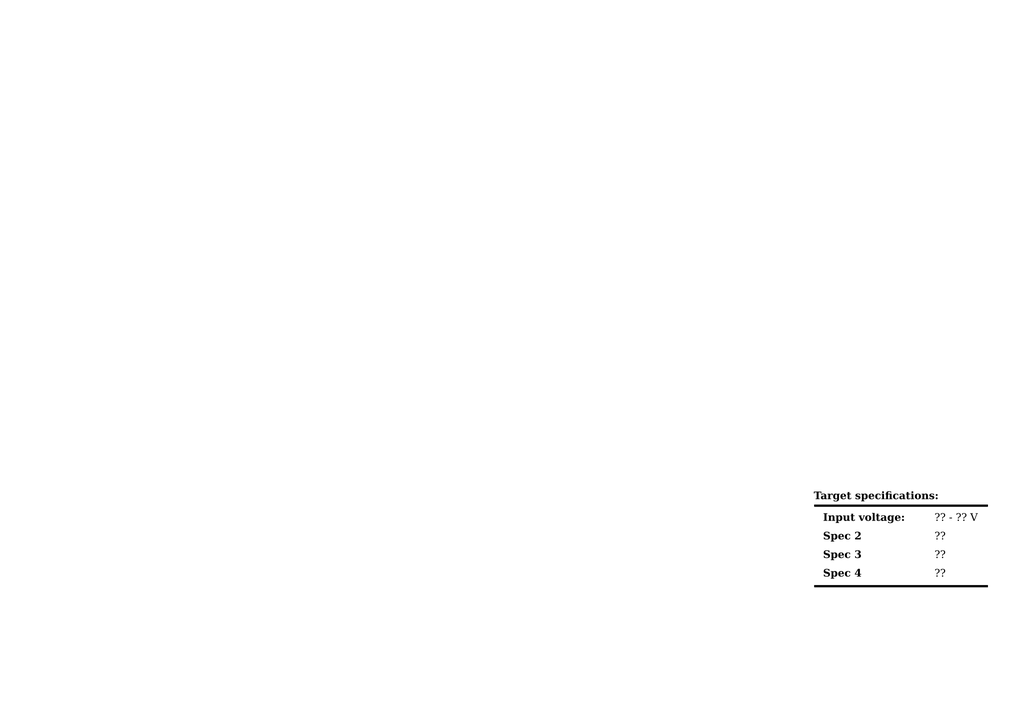
<source format=kicad_sch>
(kicad_sch
	(version 20250114)
	(generator "eeschema")
	(generator_version "9.0")
	(uuid "e4072e16-76e5-4cb7-b600-1ae14a69f117")
	(paper "A3")
	(title_block
		(date "2025-12-19")
		(rev "1")
		(company "${COMPANY}")
	)
	(lib_symbols)
	(rectangle
		(start 334.01 240.03)
		(end 405.13 240.792)
		(stroke
			(width 0)
			(type default)
			(color 0 0 0 1)
		)
		(fill
			(type color)
			(color 0 0 0 1)
		)
		(uuid a1e57db2-c507-4777-bba1-cf3c72b298ce)
	)
	(rectangle
		(start 334.01 207.01)
		(end 405.13 207.772)
		(stroke
			(width 0)
			(type default)
			(color 0 0 0 1)
		)
		(fill
			(type color)
			(color 0 0 0 1)
		)
		(uuid a45710fa-44e6-44b9-8060-80cdd32ce581)
	)
	(text_box "Spec 2"
		(exclude_from_sim no)
		(at 335.28 215.9 0)
		(size 43.18 7.62)
		(margins 2.2859 2.2859 2.2859 2.2859)
		(stroke
			(width -0.0001)
			(type default)
		)
		(fill
			(type none)
		)
		(effects
			(font
				(face "Times New Roman")
				(size 3.048 3.048)
				(thickness 0.4572)
				(bold yes)
				(color 0 0 0 1)
			)
			(justify left top)
		)
		(uuid "508c293d-8be1-4f2d-ba4e-0bf71b9200f7")
	)
	(text_box "Input voltage:"
		(exclude_from_sim no)
		(at 335.28 208.28 0)
		(size 41.91 7.62)
		(margins 2.2859 2.2859 2.2859 2.2859)
		(stroke
			(width -0.0001)
			(type default)
		)
		(fill
			(type none)
		)
		(effects
			(font
				(face "Times New Roman")
				(size 3.048 3.048)
				(thickness 0.4572)
				(bold yes)
				(color 0 0 0 1)
			)
			(justify left top)
		)
		(uuid "6343a3a4-b665-4b45-b613-d6c929be8466")
	)
	(text_box "Spec 4"
		(exclude_from_sim no)
		(at 335.28 231.14 0)
		(size 44.45 7.62)
		(margins 2.2859 2.2859 2.2859 2.2859)
		(stroke
			(width -0.0001)
			(type default)
		)
		(fill
			(type none)
		)
		(effects
			(font
				(face "Times New Roman")
				(size 3.048 3.048)
				(thickness 0.4572)
				(bold yes)
				(color 0 0 0 1)
			)
			(justify left top)
		)
		(uuid "7c0a3193-f68c-495e-89ba-c6056c9cecf1")
	)
	(text_box "?? - ?? V"
		(exclude_from_sim no)
		(at 381 208.28 0)
		(size 24.13 7.62)
		(margins 2.2859 2.2859 2.2859 2.2859)
		(stroke
			(width -0.0001)
			(type default)
		)
		(fill
			(type none)
		)
		(effects
			(font
				(face "Times New Roman")
				(size 3.048 3.048)
				(color 0 0 0 1)
			)
			(justify left top)
		)
		(uuid "9a2e37a7-e948-4676-8c13-25d5c0120ffd")
	)
	(text_box "Target specifications:"
		(exclude_from_sim no)
		(at 331.47 199.39 0)
		(size 73.66 7.62)
		(margins 2.2859 2.2859 2.2859 2.2859)
		(stroke
			(width -0.0001)
			(type default)
		)
		(fill
			(type none)
		)
		(effects
			(font
				(face "Times New Roman")
				(size 3.048 3.048)
				(thickness 0.4572)
				(bold yes)
				(color 0 0 0 1)
			)
			(justify left top)
		)
		(uuid "a2f8884a-2d81-4e19-994d-7e0cb95faadf")
	)
	(text_box "??"
		(exclude_from_sim no)
		(at 381 231.14 0)
		(size 24.13 7.62)
		(margins 2.2859 2.2859 2.2859 2.2859)
		(stroke
			(width -0.0001)
			(type default)
		)
		(fill
			(type none)
		)
		(effects
			(font
				(face "Times New Roman")
				(size 3.048 3.048)
				(color 0 0 0 1)
			)
			(justify left top)
		)
		(uuid "a5043b84-71a1-48af-80d0-a92e9e41e9f3")
	)
	(text_box "??"
		(exclude_from_sim no)
		(at 381 223.52 0)
		(size 24.13 7.62)
		(margins 2.2859 2.2859 2.2859 2.2859)
		(stroke
			(width -0.0001)
			(type default)
		)
		(fill
			(type none)
		)
		(effects
			(font
				(face "Times New Roman")
				(size 3.048 3.048)
				(color 0 0 0 1)
			)
			(justify left top)
		)
		(uuid "d0a29ba0-dff0-43e4-8dcb-4b6d849e6352")
	)
	(text_box "Spec 3"
		(exclude_from_sim no)
		(at 335.28 223.52 0)
		(size 41.91 7.62)
		(margins 2.2859 2.2859 2.2859 2.2859)
		(stroke
			(width -0.0001)
			(type default)
		)
		(fill
			(type none)
		)
		(effects
			(font
				(face "Times New Roman")
				(size 3.048 3.048)
				(thickness 0.4572)
				(bold yes)
				(color 0 0 0 1)
			)
			(justify left top)
		)
		(uuid "e6d756d3-cd8d-403e-bc9c-ee573d654575")
	)
	(text_box "??"
		(exclude_from_sim no)
		(at 381 215.9 0)
		(size 24.13 7.62)
		(margins 2.2859 2.2859 2.2859 2.2859)
		(stroke
			(width -0.0001)
			(type default)
		)
		(fill
			(type none)
		)
		(effects
			(font
				(face "Times New Roman")
				(size 3.048 3.048)
				(color 0 0 0 1)
			)
			(justify left top)
		)
		(uuid "fb4daffd-d583-4e02-886e-d9143aca708c")
	)
)

</source>
